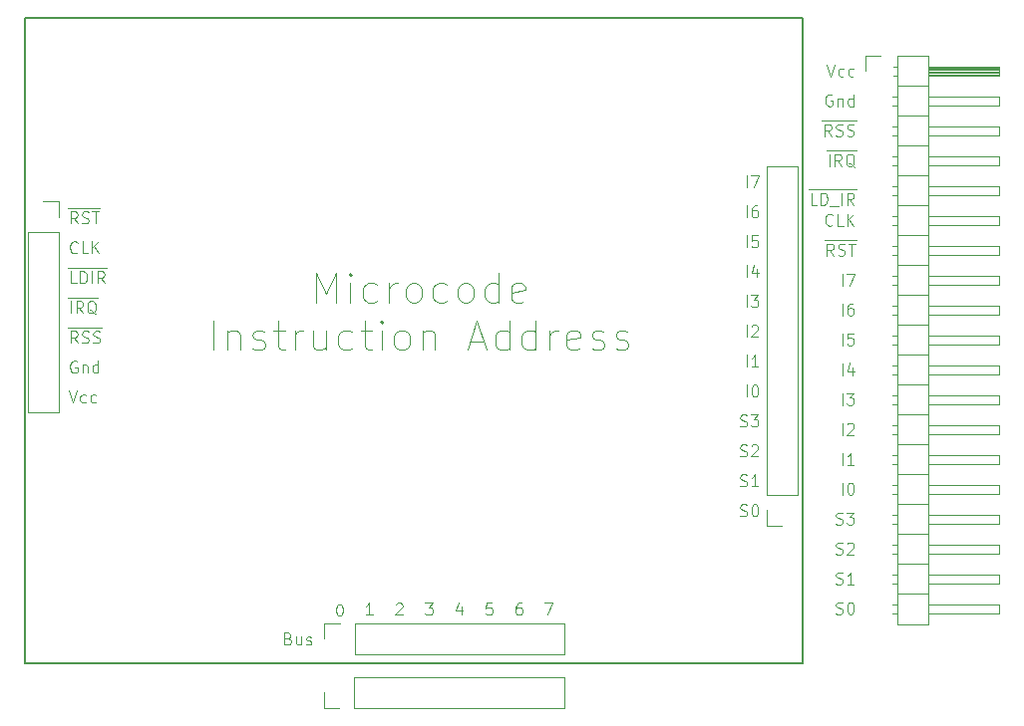
<source format=gbr>
%TF.GenerationSoftware,KiCad,Pcbnew,(6.0.0-0)*%
%TF.CreationDate,2022-03-09T10:25:02-05:00*%
%TF.ProjectId,Backplane-Instruction-Reg-2022,4261636b-706c-4616-9e65-2d496e737472,rev?*%
%TF.SameCoordinates,Original*%
%TF.FileFunction,Legend,Top*%
%TF.FilePolarity,Positive*%
%FSLAX46Y46*%
G04 Gerber Fmt 4.6, Leading zero omitted, Abs format (unit mm)*
G04 Created by KiCad (PCBNEW (6.0.0-0)) date 2022-03-09 10:25:02*
%MOMM*%
%LPD*%
G01*
G04 APERTURE LIST*
%ADD10C,0.100000*%
%ADD11C,0.150000*%
%ADD12C,0.120000*%
G04 APERTURE END LIST*
D10*
X181878523Y-91892380D02*
X181878523Y-90892380D01*
X182783285Y-90892380D02*
X182592809Y-90892380D01*
X182497571Y-90940000D01*
X182449952Y-90987619D01*
X182354714Y-91130476D01*
X182307095Y-91320952D01*
X182307095Y-91701904D01*
X182354714Y-91797142D01*
X182402333Y-91844761D01*
X182497571Y-91892380D01*
X182688047Y-91892380D01*
X182783285Y-91844761D01*
X182830904Y-91797142D01*
X182878523Y-91701904D01*
X182878523Y-91463809D01*
X182830904Y-91368571D01*
X182783285Y-91320952D01*
X182688047Y-91273333D01*
X182497571Y-91273333D01*
X182402333Y-91320952D01*
X182354714Y-91368571D01*
X182307095Y-91463809D01*
X181878523Y-89352380D02*
X181878523Y-88352380D01*
X182259476Y-88352380D02*
X182926142Y-88352380D01*
X182497571Y-89352380D01*
X181878523Y-94432380D02*
X181878523Y-93432380D01*
X182830904Y-93432380D02*
X182354714Y-93432380D01*
X182307095Y-93908571D01*
X182354714Y-93860952D01*
X182449952Y-93813333D01*
X182688047Y-93813333D01*
X182783285Y-93860952D01*
X182830904Y-93908571D01*
X182878523Y-94003809D01*
X182878523Y-94241904D01*
X182830904Y-94337142D01*
X182783285Y-94384761D01*
X182688047Y-94432380D01*
X182449952Y-94432380D01*
X182354714Y-94384761D01*
X182307095Y-94337142D01*
X180592809Y-70572380D02*
X180926142Y-71572380D01*
X181259476Y-70572380D01*
X182021380Y-71524761D02*
X181926142Y-71572380D01*
X181735666Y-71572380D01*
X181640428Y-71524761D01*
X181592809Y-71477142D01*
X181545190Y-71381904D01*
X181545190Y-71096190D01*
X181592809Y-71000952D01*
X181640428Y-70953333D01*
X181735666Y-70905714D01*
X181926142Y-70905714D01*
X182021380Y-70953333D01*
X182878523Y-71524761D02*
X182783285Y-71572380D01*
X182592809Y-71572380D01*
X182497571Y-71524761D01*
X182449952Y-71477142D01*
X182402333Y-71381904D01*
X182402333Y-71096190D01*
X182449952Y-71000952D01*
X182497571Y-70953333D01*
X182592809Y-70905714D01*
X182783285Y-70905714D01*
X182878523Y-70953333D01*
X181021380Y-73160000D02*
X180926142Y-73112380D01*
X180783285Y-73112380D01*
X180640428Y-73160000D01*
X180545190Y-73255238D01*
X180497571Y-73350476D01*
X180449952Y-73540952D01*
X180449952Y-73683809D01*
X180497571Y-73874285D01*
X180545190Y-73969523D01*
X180640428Y-74064761D01*
X180783285Y-74112380D01*
X180878523Y-74112380D01*
X181021380Y-74064761D01*
X181069000Y-74017142D01*
X181069000Y-73683809D01*
X180878523Y-73683809D01*
X181497571Y-73445714D02*
X181497571Y-74112380D01*
X181497571Y-73540952D02*
X181545190Y-73493333D01*
X181640428Y-73445714D01*
X181783285Y-73445714D01*
X181878523Y-73493333D01*
X181926142Y-73588571D01*
X181926142Y-74112380D01*
X182830904Y-74112380D02*
X182830904Y-73112380D01*
X182830904Y-74064761D02*
X182735666Y-74112380D01*
X182545190Y-74112380D01*
X182449952Y-74064761D01*
X182402333Y-74017142D01*
X182354714Y-73921904D01*
X182354714Y-73636190D01*
X182402333Y-73540952D01*
X182449952Y-73493333D01*
X182545190Y-73445714D01*
X182735666Y-73445714D01*
X182830904Y-73493333D01*
X180164238Y-75370000D02*
X181164238Y-75370000D01*
X180973761Y-76652380D02*
X180640428Y-76176190D01*
X180402333Y-76652380D02*
X180402333Y-75652380D01*
X180783285Y-75652380D01*
X180878523Y-75700000D01*
X180926142Y-75747619D01*
X180973761Y-75842857D01*
X180973761Y-75985714D01*
X180926142Y-76080952D01*
X180878523Y-76128571D01*
X180783285Y-76176190D01*
X180402333Y-76176190D01*
X181164238Y-75370000D02*
X182116619Y-75370000D01*
X181354714Y-76604761D02*
X181497571Y-76652380D01*
X181735666Y-76652380D01*
X181830904Y-76604761D01*
X181878523Y-76557142D01*
X181926142Y-76461904D01*
X181926142Y-76366666D01*
X181878523Y-76271428D01*
X181830904Y-76223809D01*
X181735666Y-76176190D01*
X181545190Y-76128571D01*
X181449952Y-76080952D01*
X181402333Y-76033333D01*
X181354714Y-75938095D01*
X181354714Y-75842857D01*
X181402333Y-75747619D01*
X181449952Y-75700000D01*
X181545190Y-75652380D01*
X181783285Y-75652380D01*
X181926142Y-75700000D01*
X182116619Y-75370000D02*
X183069000Y-75370000D01*
X182307095Y-76604761D02*
X182449952Y-76652380D01*
X182688047Y-76652380D01*
X182783285Y-76604761D01*
X182830904Y-76557142D01*
X182878523Y-76461904D01*
X182878523Y-76366666D01*
X182830904Y-76271428D01*
X182783285Y-76223809D01*
X182688047Y-76176190D01*
X182497571Y-76128571D01*
X182402333Y-76080952D01*
X182354714Y-76033333D01*
X182307095Y-75938095D01*
X182307095Y-75842857D01*
X182354714Y-75747619D01*
X182402333Y-75700000D01*
X182497571Y-75652380D01*
X182735666Y-75652380D01*
X182878523Y-75700000D01*
X180545190Y-77910000D02*
X181021380Y-77910000D01*
X180783285Y-79192380D02*
X180783285Y-78192380D01*
X181021380Y-77910000D02*
X182021380Y-77910000D01*
X181830904Y-79192380D02*
X181497571Y-78716190D01*
X181259476Y-79192380D02*
X181259476Y-78192380D01*
X181640428Y-78192380D01*
X181735666Y-78240000D01*
X181783285Y-78287619D01*
X181830904Y-78382857D01*
X181830904Y-78525714D01*
X181783285Y-78620952D01*
X181735666Y-78668571D01*
X181640428Y-78716190D01*
X181259476Y-78716190D01*
X182021380Y-77910000D02*
X183069000Y-77910000D01*
X182926142Y-79287619D02*
X182830904Y-79240000D01*
X182735666Y-79144761D01*
X182592809Y-79001904D01*
X182497571Y-78954285D01*
X182402333Y-78954285D01*
X182449952Y-79192380D02*
X182354714Y-79144761D01*
X182259476Y-79049523D01*
X182211857Y-78859047D01*
X182211857Y-78525714D01*
X182259476Y-78335238D01*
X182354714Y-78240000D01*
X182449952Y-78192380D01*
X182640428Y-78192380D01*
X182735666Y-78240000D01*
X182830904Y-78335238D01*
X182878523Y-78525714D01*
X182878523Y-78859047D01*
X182830904Y-79049523D01*
X182735666Y-79144761D01*
X182640428Y-79192380D01*
X182449952Y-79192380D01*
X179021380Y-81212000D02*
X179830904Y-81212000D01*
X179735666Y-82494380D02*
X179259476Y-82494380D01*
X179259476Y-81494380D01*
X179830904Y-81212000D02*
X180830904Y-81212000D01*
X180069000Y-82494380D02*
X180069000Y-81494380D01*
X180307095Y-81494380D01*
X180449952Y-81542000D01*
X180545190Y-81637238D01*
X180592809Y-81732476D01*
X180640428Y-81922952D01*
X180640428Y-82065809D01*
X180592809Y-82256285D01*
X180545190Y-82351523D01*
X180449952Y-82446761D01*
X180307095Y-82494380D01*
X180069000Y-82494380D01*
X180830904Y-81212000D02*
X181592809Y-81212000D01*
X180830904Y-82589619D02*
X181592809Y-82589619D01*
X181592809Y-81212000D02*
X182069000Y-81212000D01*
X181830904Y-82494380D02*
X181830904Y-81494380D01*
X182069000Y-81212000D02*
X183069000Y-81212000D01*
X182878523Y-82494380D02*
X182545190Y-82018190D01*
X182307095Y-82494380D02*
X182307095Y-81494380D01*
X182688047Y-81494380D01*
X182783285Y-81542000D01*
X182830904Y-81589619D01*
X182878523Y-81684857D01*
X182878523Y-81827714D01*
X182830904Y-81922952D01*
X182783285Y-81970571D01*
X182688047Y-82018190D01*
X182307095Y-82018190D01*
X181069000Y-84177142D02*
X181021380Y-84224761D01*
X180878523Y-84272380D01*
X180783285Y-84272380D01*
X180640428Y-84224761D01*
X180545190Y-84129523D01*
X180497571Y-84034285D01*
X180449952Y-83843809D01*
X180449952Y-83700952D01*
X180497571Y-83510476D01*
X180545190Y-83415238D01*
X180640428Y-83320000D01*
X180783285Y-83272380D01*
X180878523Y-83272380D01*
X181021380Y-83320000D01*
X181069000Y-83367619D01*
X181973761Y-84272380D02*
X181497571Y-84272380D01*
X181497571Y-83272380D01*
X182307095Y-84272380D02*
X182307095Y-83272380D01*
X182878523Y-84272380D02*
X182449952Y-83700952D01*
X182878523Y-83272380D02*
X182307095Y-83843809D01*
X180354714Y-85530000D02*
X181354714Y-85530000D01*
X181164238Y-86812380D02*
X180830904Y-86336190D01*
X180592809Y-86812380D02*
X180592809Y-85812380D01*
X180973761Y-85812380D01*
X181069000Y-85860000D01*
X181116619Y-85907619D01*
X181164238Y-86002857D01*
X181164238Y-86145714D01*
X181116619Y-86240952D01*
X181069000Y-86288571D01*
X180973761Y-86336190D01*
X180592809Y-86336190D01*
X181354714Y-85530000D02*
X182307095Y-85530000D01*
X181545190Y-86764761D02*
X181688047Y-86812380D01*
X181926142Y-86812380D01*
X182021380Y-86764761D01*
X182069000Y-86717142D01*
X182116619Y-86621904D01*
X182116619Y-86526666D01*
X182069000Y-86431428D01*
X182021380Y-86383809D01*
X181926142Y-86336190D01*
X181735666Y-86288571D01*
X181640428Y-86240952D01*
X181592809Y-86193333D01*
X181545190Y-86098095D01*
X181545190Y-86002857D01*
X181592809Y-85907619D01*
X181640428Y-85860000D01*
X181735666Y-85812380D01*
X181973761Y-85812380D01*
X182116619Y-85860000D01*
X182307095Y-85530000D02*
X183069000Y-85530000D01*
X182402333Y-85812380D02*
X182973761Y-85812380D01*
X182688047Y-86812380D02*
X182688047Y-85812380D01*
X181878523Y-107132380D02*
X181878523Y-106132380D01*
X182545190Y-106132380D02*
X182640428Y-106132380D01*
X182735666Y-106180000D01*
X182783285Y-106227619D01*
X182830904Y-106322857D01*
X182878523Y-106513333D01*
X182878523Y-106751428D01*
X182830904Y-106941904D01*
X182783285Y-107037142D01*
X182735666Y-107084761D01*
X182640428Y-107132380D01*
X182545190Y-107132380D01*
X182449952Y-107084761D01*
X182402333Y-107037142D01*
X182354714Y-106941904D01*
X182307095Y-106751428D01*
X182307095Y-106513333D01*
X182354714Y-106322857D01*
X182402333Y-106227619D01*
X182449952Y-106180000D01*
X182545190Y-106132380D01*
X181354714Y-114704761D02*
X181497571Y-114752380D01*
X181735666Y-114752380D01*
X181830904Y-114704761D01*
X181878523Y-114657142D01*
X181926142Y-114561904D01*
X181926142Y-114466666D01*
X181878523Y-114371428D01*
X181830904Y-114323809D01*
X181735666Y-114276190D01*
X181545190Y-114228571D01*
X181449952Y-114180952D01*
X181402333Y-114133333D01*
X181354714Y-114038095D01*
X181354714Y-113942857D01*
X181402333Y-113847619D01*
X181449952Y-113800000D01*
X181545190Y-113752380D01*
X181783285Y-113752380D01*
X181926142Y-113800000D01*
X182878523Y-114752380D02*
X182307095Y-114752380D01*
X182592809Y-114752380D02*
X182592809Y-113752380D01*
X182497571Y-113895238D01*
X182402333Y-113990476D01*
X182307095Y-114038095D01*
X181354714Y-109624761D02*
X181497571Y-109672380D01*
X181735666Y-109672380D01*
X181830904Y-109624761D01*
X181878523Y-109577142D01*
X181926142Y-109481904D01*
X181926142Y-109386666D01*
X181878523Y-109291428D01*
X181830904Y-109243809D01*
X181735666Y-109196190D01*
X181545190Y-109148571D01*
X181449952Y-109100952D01*
X181402333Y-109053333D01*
X181354714Y-108958095D01*
X181354714Y-108862857D01*
X181402333Y-108767619D01*
X181449952Y-108720000D01*
X181545190Y-108672380D01*
X181783285Y-108672380D01*
X181926142Y-108720000D01*
X182259476Y-108672380D02*
X182878523Y-108672380D01*
X182545190Y-109053333D01*
X182688047Y-109053333D01*
X182783285Y-109100952D01*
X182830904Y-109148571D01*
X182878523Y-109243809D01*
X182878523Y-109481904D01*
X182830904Y-109577142D01*
X182783285Y-109624761D01*
X182688047Y-109672380D01*
X182402333Y-109672380D01*
X182307095Y-109624761D01*
X182259476Y-109577142D01*
X181878523Y-102052380D02*
X181878523Y-101052380D01*
X182307095Y-101147619D02*
X182354714Y-101100000D01*
X182449952Y-101052380D01*
X182688047Y-101052380D01*
X182783285Y-101100000D01*
X182830904Y-101147619D01*
X182878523Y-101242857D01*
X182878523Y-101338095D01*
X182830904Y-101480952D01*
X182259476Y-102052380D01*
X182878523Y-102052380D01*
X181878523Y-104592380D02*
X181878523Y-103592380D01*
X182878523Y-104592380D02*
X182307095Y-104592380D01*
X182592809Y-104592380D02*
X182592809Y-103592380D01*
X182497571Y-103735238D01*
X182402333Y-103830476D01*
X182307095Y-103878095D01*
X181878523Y-96972380D02*
X181878523Y-95972380D01*
X182783285Y-96305714D02*
X182783285Y-96972380D01*
X182545190Y-95924761D02*
X182307095Y-96639047D01*
X182926142Y-96639047D01*
X181878523Y-99512380D02*
X181878523Y-98512380D01*
X182259476Y-98512380D02*
X182878523Y-98512380D01*
X182545190Y-98893333D01*
X182688047Y-98893333D01*
X182783285Y-98940952D01*
X182830904Y-98988571D01*
X182878523Y-99083809D01*
X182878523Y-99321904D01*
X182830904Y-99417142D01*
X182783285Y-99464761D01*
X182688047Y-99512380D01*
X182402333Y-99512380D01*
X182307095Y-99464761D01*
X182259476Y-99417142D01*
X181354714Y-112164761D02*
X181497571Y-112212380D01*
X181735666Y-112212380D01*
X181830904Y-112164761D01*
X181878523Y-112117142D01*
X181926142Y-112021904D01*
X181926142Y-111926666D01*
X181878523Y-111831428D01*
X181830904Y-111783809D01*
X181735666Y-111736190D01*
X181545190Y-111688571D01*
X181449952Y-111640952D01*
X181402333Y-111593333D01*
X181354714Y-111498095D01*
X181354714Y-111402857D01*
X181402333Y-111307619D01*
X181449952Y-111260000D01*
X181545190Y-111212380D01*
X181783285Y-111212380D01*
X181926142Y-111260000D01*
X182307095Y-111307619D02*
X182354714Y-111260000D01*
X182449952Y-111212380D01*
X182688047Y-111212380D01*
X182783285Y-111260000D01*
X182830904Y-111307619D01*
X182878523Y-111402857D01*
X182878523Y-111498095D01*
X182830904Y-111640952D01*
X182259476Y-112212380D01*
X182878523Y-112212380D01*
X181354714Y-117244761D02*
X181497571Y-117292380D01*
X181735666Y-117292380D01*
X181830904Y-117244761D01*
X181878523Y-117197142D01*
X181926142Y-117101904D01*
X181926142Y-117006666D01*
X181878523Y-116911428D01*
X181830904Y-116863809D01*
X181735666Y-116816190D01*
X181545190Y-116768571D01*
X181449952Y-116720952D01*
X181402333Y-116673333D01*
X181354714Y-116578095D01*
X181354714Y-116482857D01*
X181402333Y-116387619D01*
X181449952Y-116340000D01*
X181545190Y-116292380D01*
X181783285Y-116292380D01*
X181926142Y-116340000D01*
X182545190Y-116292380D02*
X182640428Y-116292380D01*
X182735666Y-116340000D01*
X182783285Y-116387619D01*
X182830904Y-116482857D01*
X182878523Y-116673333D01*
X182878523Y-116911428D01*
X182830904Y-117101904D01*
X182783285Y-117197142D01*
X182735666Y-117244761D01*
X182640428Y-117292380D01*
X182545190Y-117292380D01*
X182449952Y-117244761D01*
X182402333Y-117197142D01*
X182354714Y-117101904D01*
X182307095Y-116911428D01*
X182307095Y-116673333D01*
X182354714Y-116482857D01*
X182402333Y-116387619D01*
X182449952Y-116340000D01*
X182545190Y-116292380D01*
D11*
X112515834Y-66606647D02*
X178555834Y-66606647D01*
X178555834Y-66606647D02*
X178555834Y-121470647D01*
X178555834Y-121470647D02*
X112515834Y-121470647D01*
X112515834Y-121470647D02*
X112515834Y-66606647D01*
D10*
X134844119Y-119367218D02*
X134986976Y-119414837D01*
X135034595Y-119462456D01*
X135082214Y-119557694D01*
X135082214Y-119700551D01*
X135034595Y-119795789D01*
X134986976Y-119843408D01*
X134891738Y-119891027D01*
X134510786Y-119891027D01*
X134510786Y-118891027D01*
X134844119Y-118891027D01*
X134939357Y-118938647D01*
X134986976Y-118986266D01*
X135034595Y-119081504D01*
X135034595Y-119176742D01*
X134986976Y-119271980D01*
X134939357Y-119319599D01*
X134844119Y-119367218D01*
X134510786Y-119367218D01*
X135939357Y-119224361D02*
X135939357Y-119891027D01*
X135510786Y-119224361D02*
X135510786Y-119748170D01*
X135558405Y-119843408D01*
X135653643Y-119891027D01*
X135796500Y-119891027D01*
X135891738Y-119843408D01*
X135939357Y-119795789D01*
X136367929Y-119843408D02*
X136463167Y-119891027D01*
X136653643Y-119891027D01*
X136748881Y-119843408D01*
X136796500Y-119748170D01*
X136796500Y-119700551D01*
X136748881Y-119605313D01*
X136653643Y-119557694D01*
X136510786Y-119557694D01*
X136415548Y-119510075D01*
X136367929Y-119414837D01*
X136367929Y-119367218D01*
X136415548Y-119271980D01*
X136510786Y-119224361D01*
X136653643Y-119224361D01*
X136748881Y-119271980D01*
X116136834Y-90414647D02*
X116613024Y-90414647D01*
X116374929Y-91697027D02*
X116374929Y-90697027D01*
X116613024Y-90414647D02*
X117613024Y-90414647D01*
X117422548Y-91697027D02*
X117089214Y-91220837D01*
X116851119Y-91697027D02*
X116851119Y-90697027D01*
X117232072Y-90697027D01*
X117327310Y-90744647D01*
X117374929Y-90792266D01*
X117422548Y-90887504D01*
X117422548Y-91030361D01*
X117374929Y-91125599D01*
X117327310Y-91173218D01*
X117232072Y-91220837D01*
X116851119Y-91220837D01*
X117613024Y-90414647D02*
X118660643Y-90414647D01*
X118517786Y-91792266D02*
X118422548Y-91744647D01*
X118327310Y-91649408D01*
X118184453Y-91506551D01*
X118089214Y-91458932D01*
X117993976Y-91458932D01*
X118041595Y-91697027D02*
X117946357Y-91649408D01*
X117851119Y-91554170D01*
X117803500Y-91363694D01*
X117803500Y-91030361D01*
X117851119Y-90839885D01*
X117946357Y-90744647D01*
X118041595Y-90697027D01*
X118232072Y-90697027D01*
X118327310Y-90744647D01*
X118422548Y-90839885D01*
X118470167Y-91030361D01*
X118470167Y-91363694D01*
X118422548Y-91554170D01*
X118327310Y-91649408D01*
X118232072Y-91697027D01*
X118041595Y-91697027D01*
X173744357Y-93729027D02*
X173744357Y-92729027D01*
X174172929Y-92824266D02*
X174220548Y-92776647D01*
X174315786Y-92729027D01*
X174553881Y-92729027D01*
X174649119Y-92776647D01*
X174696738Y-92824266D01*
X174744357Y-92919504D01*
X174744357Y-93014742D01*
X174696738Y-93157599D01*
X174125310Y-93729027D01*
X174744357Y-93729027D01*
X137240476Y-90812452D02*
X137240476Y-88312452D01*
X138073809Y-90098166D01*
X138907142Y-88312452D01*
X138907142Y-90812452D01*
X140097619Y-90812452D02*
X140097619Y-89145785D01*
X140097619Y-88312452D02*
X139978571Y-88431500D01*
X140097619Y-88550547D01*
X140216666Y-88431500D01*
X140097619Y-88312452D01*
X140097619Y-88550547D01*
X142359523Y-90693404D02*
X142121428Y-90812452D01*
X141645238Y-90812452D01*
X141407142Y-90693404D01*
X141288095Y-90574357D01*
X141169047Y-90336261D01*
X141169047Y-89621976D01*
X141288095Y-89383880D01*
X141407142Y-89264833D01*
X141645238Y-89145785D01*
X142121428Y-89145785D01*
X142359523Y-89264833D01*
X143430952Y-90812452D02*
X143430952Y-89145785D01*
X143430952Y-89621976D02*
X143550000Y-89383880D01*
X143669047Y-89264833D01*
X143907142Y-89145785D01*
X144145238Y-89145785D01*
X145335714Y-90812452D02*
X145097619Y-90693404D01*
X144978571Y-90574357D01*
X144859523Y-90336261D01*
X144859523Y-89621976D01*
X144978571Y-89383880D01*
X145097619Y-89264833D01*
X145335714Y-89145785D01*
X145692857Y-89145785D01*
X145930952Y-89264833D01*
X146050000Y-89383880D01*
X146169047Y-89621976D01*
X146169047Y-90336261D01*
X146050000Y-90574357D01*
X145930952Y-90693404D01*
X145692857Y-90812452D01*
X145335714Y-90812452D01*
X148311904Y-90693404D02*
X148073809Y-90812452D01*
X147597619Y-90812452D01*
X147359523Y-90693404D01*
X147240476Y-90574357D01*
X147121428Y-90336261D01*
X147121428Y-89621976D01*
X147240476Y-89383880D01*
X147359523Y-89264833D01*
X147597619Y-89145785D01*
X148073809Y-89145785D01*
X148311904Y-89264833D01*
X149740476Y-90812452D02*
X149502380Y-90693404D01*
X149383333Y-90574357D01*
X149264285Y-90336261D01*
X149264285Y-89621976D01*
X149383333Y-89383880D01*
X149502380Y-89264833D01*
X149740476Y-89145785D01*
X150097619Y-89145785D01*
X150335714Y-89264833D01*
X150454761Y-89383880D01*
X150573809Y-89621976D01*
X150573809Y-90336261D01*
X150454761Y-90574357D01*
X150335714Y-90693404D01*
X150097619Y-90812452D01*
X149740476Y-90812452D01*
X152716666Y-90812452D02*
X152716666Y-88312452D01*
X152716666Y-90693404D02*
X152478571Y-90812452D01*
X152002380Y-90812452D01*
X151764285Y-90693404D01*
X151645238Y-90574357D01*
X151526190Y-90336261D01*
X151526190Y-89621976D01*
X151645238Y-89383880D01*
X151764285Y-89264833D01*
X152002380Y-89145785D01*
X152478571Y-89145785D01*
X152716666Y-89264833D01*
X154859523Y-90693404D02*
X154621428Y-90812452D01*
X154145238Y-90812452D01*
X153907142Y-90693404D01*
X153788095Y-90455309D01*
X153788095Y-89502928D01*
X153907142Y-89264833D01*
X154145238Y-89145785D01*
X154621428Y-89145785D01*
X154859523Y-89264833D01*
X154978571Y-89502928D01*
X154978571Y-89741023D01*
X153788095Y-89979119D01*
X128490476Y-94837452D02*
X128490476Y-92337452D01*
X129680952Y-93170785D02*
X129680952Y-94837452D01*
X129680952Y-93408880D02*
X129800000Y-93289833D01*
X130038095Y-93170785D01*
X130395238Y-93170785D01*
X130633333Y-93289833D01*
X130752380Y-93527928D01*
X130752380Y-94837452D01*
X131823809Y-94718404D02*
X132061904Y-94837452D01*
X132538095Y-94837452D01*
X132776190Y-94718404D01*
X132895238Y-94480309D01*
X132895238Y-94361261D01*
X132776190Y-94123166D01*
X132538095Y-94004119D01*
X132180952Y-94004119D01*
X131942857Y-93885071D01*
X131823809Y-93646976D01*
X131823809Y-93527928D01*
X131942857Y-93289833D01*
X132180952Y-93170785D01*
X132538095Y-93170785D01*
X132776190Y-93289833D01*
X133609523Y-93170785D02*
X134561904Y-93170785D01*
X133966666Y-92337452D02*
X133966666Y-94480309D01*
X134085714Y-94718404D01*
X134323809Y-94837452D01*
X134561904Y-94837452D01*
X135395238Y-94837452D02*
X135395238Y-93170785D01*
X135395238Y-93646976D02*
X135514285Y-93408880D01*
X135633333Y-93289833D01*
X135871428Y-93170785D01*
X136109523Y-93170785D01*
X138014285Y-93170785D02*
X138014285Y-94837452D01*
X136942857Y-93170785D02*
X136942857Y-94480309D01*
X137061904Y-94718404D01*
X137300000Y-94837452D01*
X137657142Y-94837452D01*
X137895238Y-94718404D01*
X138014285Y-94599357D01*
X140276190Y-94718404D02*
X140038095Y-94837452D01*
X139561904Y-94837452D01*
X139323809Y-94718404D01*
X139204761Y-94599357D01*
X139085714Y-94361261D01*
X139085714Y-93646976D01*
X139204761Y-93408880D01*
X139323809Y-93289833D01*
X139561904Y-93170785D01*
X140038095Y-93170785D01*
X140276190Y-93289833D01*
X140990476Y-93170785D02*
X141942857Y-93170785D01*
X141347619Y-92337452D02*
X141347619Y-94480309D01*
X141466666Y-94718404D01*
X141704761Y-94837452D01*
X141942857Y-94837452D01*
X142776190Y-94837452D02*
X142776190Y-93170785D01*
X142776190Y-92337452D02*
X142657142Y-92456500D01*
X142776190Y-92575547D01*
X142895238Y-92456500D01*
X142776190Y-92337452D01*
X142776190Y-92575547D01*
X144323809Y-94837452D02*
X144085714Y-94718404D01*
X143966666Y-94599357D01*
X143847619Y-94361261D01*
X143847619Y-93646976D01*
X143966666Y-93408880D01*
X144085714Y-93289833D01*
X144323809Y-93170785D01*
X144680952Y-93170785D01*
X144919047Y-93289833D01*
X145038095Y-93408880D01*
X145157142Y-93646976D01*
X145157142Y-94361261D01*
X145038095Y-94599357D01*
X144919047Y-94718404D01*
X144680952Y-94837452D01*
X144323809Y-94837452D01*
X146228571Y-93170785D02*
X146228571Y-94837452D01*
X146228571Y-93408880D02*
X146347619Y-93289833D01*
X146585714Y-93170785D01*
X146942857Y-93170785D01*
X147180952Y-93289833D01*
X147300000Y-93527928D01*
X147300000Y-94837452D01*
X150276190Y-94123166D02*
X151466666Y-94123166D01*
X150038095Y-94837452D02*
X150871428Y-92337452D01*
X151704761Y-94837452D01*
X153609523Y-94837452D02*
X153609523Y-92337452D01*
X153609523Y-94718404D02*
X153371428Y-94837452D01*
X152895238Y-94837452D01*
X152657142Y-94718404D01*
X152538095Y-94599357D01*
X152419047Y-94361261D01*
X152419047Y-93646976D01*
X152538095Y-93408880D01*
X152657142Y-93289833D01*
X152895238Y-93170785D01*
X153371428Y-93170785D01*
X153609523Y-93289833D01*
X155871428Y-94837452D02*
X155871428Y-92337452D01*
X155871428Y-94718404D02*
X155633333Y-94837452D01*
X155157142Y-94837452D01*
X154919047Y-94718404D01*
X154800000Y-94599357D01*
X154680952Y-94361261D01*
X154680952Y-93646976D01*
X154800000Y-93408880D01*
X154919047Y-93289833D01*
X155157142Y-93170785D01*
X155633333Y-93170785D01*
X155871428Y-93289833D01*
X157061904Y-94837452D02*
X157061904Y-93170785D01*
X157061904Y-93646976D02*
X157180952Y-93408880D01*
X157300000Y-93289833D01*
X157538095Y-93170785D01*
X157776190Y-93170785D01*
X159561904Y-94718404D02*
X159323809Y-94837452D01*
X158847619Y-94837452D01*
X158609523Y-94718404D01*
X158490476Y-94480309D01*
X158490476Y-93527928D01*
X158609523Y-93289833D01*
X158847619Y-93170785D01*
X159323809Y-93170785D01*
X159561904Y-93289833D01*
X159680952Y-93527928D01*
X159680952Y-93766023D01*
X158490476Y-94004119D01*
X160633333Y-94718404D02*
X160871428Y-94837452D01*
X161347619Y-94837452D01*
X161585714Y-94718404D01*
X161704761Y-94480309D01*
X161704761Y-94361261D01*
X161585714Y-94123166D01*
X161347619Y-94004119D01*
X160990476Y-94004119D01*
X160752380Y-93885071D01*
X160633333Y-93646976D01*
X160633333Y-93527928D01*
X160752380Y-93289833D01*
X160990476Y-93170785D01*
X161347619Y-93170785D01*
X161585714Y-93289833D01*
X162657142Y-94718404D02*
X162895238Y-94837452D01*
X163371428Y-94837452D01*
X163609523Y-94718404D01*
X163728571Y-94480309D01*
X163728571Y-94361261D01*
X163609523Y-94123166D01*
X163371428Y-94004119D01*
X163014285Y-94004119D01*
X162776190Y-93885071D01*
X162657142Y-93646976D01*
X162657142Y-93527928D01*
X162776190Y-93289833D01*
X163014285Y-93170785D01*
X163371428Y-93170785D01*
X163609523Y-93289833D01*
X154616310Y-116351027D02*
X154425834Y-116351027D01*
X154330595Y-116398647D01*
X154282976Y-116446266D01*
X154187738Y-116589123D01*
X154140119Y-116779599D01*
X154140119Y-117160551D01*
X154187738Y-117255789D01*
X154235357Y-117303408D01*
X154330595Y-117351027D01*
X154521072Y-117351027D01*
X154616310Y-117303408D01*
X154663929Y-117255789D01*
X154711548Y-117160551D01*
X154711548Y-116922456D01*
X154663929Y-116827218D01*
X154616310Y-116779599D01*
X154521072Y-116731980D01*
X154330595Y-116731980D01*
X154235357Y-116779599D01*
X154187738Y-116827218D01*
X154140119Y-116922456D01*
X173744357Y-81029027D02*
X173744357Y-80029027D01*
X174125310Y-80029027D02*
X174791976Y-80029027D01*
X174363405Y-81029027D01*
X142011548Y-117351027D02*
X141440119Y-117351027D01*
X141725834Y-117351027D02*
X141725834Y-116351027D01*
X141630595Y-116493885D01*
X141535357Y-116589123D01*
X141440119Y-116636742D01*
X173220548Y-101301408D02*
X173363405Y-101349027D01*
X173601500Y-101349027D01*
X173696738Y-101301408D01*
X173744357Y-101253789D01*
X173791976Y-101158551D01*
X173791976Y-101063313D01*
X173744357Y-100968075D01*
X173696738Y-100920456D01*
X173601500Y-100872837D01*
X173411024Y-100825218D01*
X173315786Y-100777599D01*
X173268167Y-100729980D01*
X173220548Y-100634742D01*
X173220548Y-100539504D01*
X173268167Y-100444266D01*
X173315786Y-100396647D01*
X173411024Y-100349027D01*
X173649119Y-100349027D01*
X173791976Y-100396647D01*
X174125310Y-100349027D02*
X174744357Y-100349027D01*
X174411024Y-100729980D01*
X174553881Y-100729980D01*
X174649119Y-100777599D01*
X174696738Y-100825218D01*
X174744357Y-100920456D01*
X174744357Y-101158551D01*
X174696738Y-101253789D01*
X174649119Y-101301408D01*
X174553881Y-101349027D01*
X174268167Y-101349027D01*
X174172929Y-101301408D01*
X174125310Y-101253789D01*
X173744357Y-86109027D02*
X173744357Y-85109027D01*
X174696738Y-85109027D02*
X174220548Y-85109027D01*
X174172929Y-85585218D01*
X174220548Y-85537599D01*
X174315786Y-85489980D01*
X174553881Y-85489980D01*
X174649119Y-85537599D01*
X174696738Y-85585218D01*
X174744357Y-85680456D01*
X174744357Y-85918551D01*
X174696738Y-86013789D01*
X174649119Y-86061408D01*
X174553881Y-86109027D01*
X174315786Y-86109027D01*
X174220548Y-86061408D01*
X174172929Y-86013789D01*
X156632500Y-116351027D02*
X157299167Y-116351027D01*
X156870595Y-117351027D01*
X146472500Y-116351027D02*
X147091548Y-116351027D01*
X146758214Y-116731980D01*
X146901072Y-116731980D01*
X146996310Y-116779599D01*
X147043929Y-116827218D01*
X147091548Y-116922456D01*
X147091548Y-117160551D01*
X147043929Y-117255789D01*
X146996310Y-117303408D01*
X146901072Y-117351027D01*
X146615357Y-117351027D01*
X146520119Y-117303408D01*
X146472500Y-117255789D01*
X173220548Y-103841408D02*
X173363405Y-103889027D01*
X173601500Y-103889027D01*
X173696738Y-103841408D01*
X173744357Y-103793789D01*
X173791976Y-103698551D01*
X173791976Y-103603313D01*
X173744357Y-103508075D01*
X173696738Y-103460456D01*
X173601500Y-103412837D01*
X173411024Y-103365218D01*
X173315786Y-103317599D01*
X173268167Y-103269980D01*
X173220548Y-103174742D01*
X173220548Y-103079504D01*
X173268167Y-102984266D01*
X173315786Y-102936647D01*
X173411024Y-102889027D01*
X173649119Y-102889027D01*
X173791976Y-102936647D01*
X174172929Y-102984266D02*
X174220548Y-102936647D01*
X174315786Y-102889027D01*
X174553881Y-102889027D01*
X174649119Y-102936647D01*
X174696738Y-102984266D01*
X174744357Y-103079504D01*
X174744357Y-103174742D01*
X174696738Y-103317599D01*
X174125310Y-103889027D01*
X174744357Y-103889027D01*
X173744357Y-88649027D02*
X173744357Y-87649027D01*
X174649119Y-87982361D02*
X174649119Y-88649027D01*
X174411024Y-87601408D02*
X174172929Y-88315694D01*
X174791976Y-88315694D01*
X116946357Y-86521789D02*
X116898738Y-86569408D01*
X116755881Y-86617027D01*
X116660643Y-86617027D01*
X116517786Y-86569408D01*
X116422548Y-86474170D01*
X116374929Y-86378932D01*
X116327310Y-86188456D01*
X116327310Y-86045599D01*
X116374929Y-85855123D01*
X116422548Y-85759885D01*
X116517786Y-85664647D01*
X116660643Y-85617027D01*
X116755881Y-85617027D01*
X116898738Y-85664647D01*
X116946357Y-85712266D01*
X117851119Y-86617027D02*
X117374929Y-86617027D01*
X117374929Y-85617027D01*
X118184453Y-86617027D02*
X118184453Y-85617027D01*
X118755881Y-86617027D02*
X118327310Y-86045599D01*
X118755881Y-85617027D02*
X118184453Y-86188456D01*
X173220548Y-106381408D02*
X173363405Y-106429027D01*
X173601500Y-106429027D01*
X173696738Y-106381408D01*
X173744357Y-106333789D01*
X173791976Y-106238551D01*
X173791976Y-106143313D01*
X173744357Y-106048075D01*
X173696738Y-106000456D01*
X173601500Y-105952837D01*
X173411024Y-105905218D01*
X173315786Y-105857599D01*
X173268167Y-105809980D01*
X173220548Y-105714742D01*
X173220548Y-105619504D01*
X173268167Y-105524266D01*
X173315786Y-105476647D01*
X173411024Y-105429027D01*
X173649119Y-105429027D01*
X173791976Y-105476647D01*
X174744357Y-106429027D02*
X174172929Y-106429027D01*
X174458643Y-106429027D02*
X174458643Y-105429027D01*
X174363405Y-105571885D01*
X174268167Y-105667123D01*
X174172929Y-105714742D01*
X152123929Y-116351027D02*
X151647738Y-116351027D01*
X151600119Y-116827218D01*
X151647738Y-116779599D01*
X151742976Y-116731980D01*
X151981072Y-116731980D01*
X152076310Y-116779599D01*
X152123929Y-116827218D01*
X152171548Y-116922456D01*
X152171548Y-117160551D01*
X152123929Y-117255789D01*
X152076310Y-117303408D01*
X151981072Y-117351027D01*
X151742976Y-117351027D01*
X151647738Y-117303408D01*
X151600119Y-117255789D01*
X116136834Y-87874647D02*
X116946357Y-87874647D01*
X116851119Y-89157027D02*
X116374929Y-89157027D01*
X116374929Y-88157027D01*
X116946357Y-87874647D02*
X117946357Y-87874647D01*
X117184453Y-89157027D02*
X117184453Y-88157027D01*
X117422548Y-88157027D01*
X117565405Y-88204647D01*
X117660643Y-88299885D01*
X117708262Y-88395123D01*
X117755881Y-88585599D01*
X117755881Y-88728456D01*
X117708262Y-88918932D01*
X117660643Y-89014170D01*
X117565405Y-89109408D01*
X117422548Y-89157027D01*
X117184453Y-89157027D01*
X117946357Y-87874647D02*
X118422548Y-87874647D01*
X118184453Y-89157027D02*
X118184453Y-88157027D01*
X118422548Y-87874647D02*
X119422548Y-87874647D01*
X119232072Y-89157027D02*
X118898738Y-88680837D01*
X118660643Y-89157027D02*
X118660643Y-88157027D01*
X119041595Y-88157027D01*
X119136834Y-88204647D01*
X119184453Y-88252266D01*
X119232072Y-88347504D01*
X119232072Y-88490361D01*
X119184453Y-88585599D01*
X119136834Y-88633218D01*
X119041595Y-88680837D01*
X118660643Y-88680837D01*
X143980119Y-116446266D02*
X144027738Y-116398647D01*
X144122976Y-116351027D01*
X144361072Y-116351027D01*
X144456310Y-116398647D01*
X144503929Y-116446266D01*
X144551548Y-116541504D01*
X144551548Y-116636742D01*
X144503929Y-116779599D01*
X143932500Y-117351027D01*
X144551548Y-117351027D01*
X173744357Y-98809027D02*
X173744357Y-97809027D01*
X174411024Y-97809027D02*
X174506262Y-97809027D01*
X174601500Y-97856647D01*
X174649119Y-97904266D01*
X174696738Y-97999504D01*
X174744357Y-98189980D01*
X174744357Y-98428075D01*
X174696738Y-98618551D01*
X174649119Y-98713789D01*
X174601500Y-98761408D01*
X174506262Y-98809027D01*
X174411024Y-98809027D01*
X174315786Y-98761408D01*
X174268167Y-98713789D01*
X174220548Y-98618551D01*
X174172929Y-98428075D01*
X174172929Y-98189980D01*
X174220548Y-97999504D01*
X174268167Y-97904266D01*
X174315786Y-97856647D01*
X174411024Y-97809027D01*
X149536310Y-116684361D02*
X149536310Y-117351027D01*
X149298214Y-116303408D02*
X149060119Y-117017694D01*
X149679167Y-117017694D01*
X116898738Y-95824647D02*
X116803500Y-95777027D01*
X116660643Y-95777027D01*
X116517786Y-95824647D01*
X116422548Y-95919885D01*
X116374929Y-96015123D01*
X116327310Y-96205599D01*
X116327310Y-96348456D01*
X116374929Y-96538932D01*
X116422548Y-96634170D01*
X116517786Y-96729408D01*
X116660643Y-96777027D01*
X116755881Y-96777027D01*
X116898738Y-96729408D01*
X116946357Y-96681789D01*
X116946357Y-96348456D01*
X116755881Y-96348456D01*
X117374929Y-96110361D02*
X117374929Y-96777027D01*
X117374929Y-96205599D02*
X117422548Y-96157980D01*
X117517786Y-96110361D01*
X117660643Y-96110361D01*
X117755881Y-96157980D01*
X117803500Y-96253218D01*
X117803500Y-96777027D01*
X118708262Y-96777027D02*
X118708262Y-95777027D01*
X118708262Y-96729408D02*
X118613024Y-96777027D01*
X118422548Y-96777027D01*
X118327310Y-96729408D01*
X118279691Y-96681789D01*
X118232072Y-96586551D01*
X118232072Y-96300837D01*
X118279691Y-96205599D01*
X118327310Y-96157980D01*
X118422548Y-96110361D01*
X118613024Y-96110361D01*
X118708262Y-96157980D01*
X116136834Y-82794647D02*
X117136834Y-82794647D01*
X116946357Y-84077027D02*
X116613024Y-83600837D01*
X116374929Y-84077027D02*
X116374929Y-83077027D01*
X116755881Y-83077027D01*
X116851119Y-83124647D01*
X116898738Y-83172266D01*
X116946357Y-83267504D01*
X116946357Y-83410361D01*
X116898738Y-83505599D01*
X116851119Y-83553218D01*
X116755881Y-83600837D01*
X116374929Y-83600837D01*
X117136834Y-82794647D02*
X118089214Y-82794647D01*
X117327310Y-84029408D02*
X117470167Y-84077027D01*
X117708262Y-84077027D01*
X117803500Y-84029408D01*
X117851119Y-83981789D01*
X117898738Y-83886551D01*
X117898738Y-83791313D01*
X117851119Y-83696075D01*
X117803500Y-83648456D01*
X117708262Y-83600837D01*
X117517786Y-83553218D01*
X117422548Y-83505599D01*
X117374929Y-83457980D01*
X117327310Y-83362742D01*
X117327310Y-83267504D01*
X117374929Y-83172266D01*
X117422548Y-83124647D01*
X117517786Y-83077027D01*
X117755881Y-83077027D01*
X117898738Y-83124647D01*
X118089214Y-82794647D02*
X118851119Y-82794647D01*
X118184453Y-83077027D02*
X118755881Y-83077027D01*
X118470167Y-84077027D02*
X118470167Y-83077027D01*
X173744357Y-96269027D02*
X173744357Y-95269027D01*
X174744357Y-96269027D02*
X174172929Y-96269027D01*
X174458643Y-96269027D02*
X174458643Y-95269027D01*
X174363405Y-95411885D01*
X174268167Y-95507123D01*
X174172929Y-95554742D01*
X173744357Y-83569027D02*
X173744357Y-82569027D01*
X174649119Y-82569027D02*
X174458643Y-82569027D01*
X174363405Y-82616647D01*
X174315786Y-82664266D01*
X174220548Y-82807123D01*
X174172929Y-82997599D01*
X174172929Y-83378551D01*
X174220548Y-83473789D01*
X174268167Y-83521408D01*
X174363405Y-83569027D01*
X174553881Y-83569027D01*
X174649119Y-83521408D01*
X174696738Y-83473789D01*
X174744357Y-83378551D01*
X174744357Y-83140456D01*
X174696738Y-83045218D01*
X174649119Y-82997599D01*
X174553881Y-82949980D01*
X174363405Y-82949980D01*
X174268167Y-82997599D01*
X174220548Y-83045218D01*
X174172929Y-83140456D01*
X173744357Y-91189027D02*
X173744357Y-90189027D01*
X174125310Y-90189027D02*
X174744357Y-90189027D01*
X174411024Y-90569980D01*
X174553881Y-90569980D01*
X174649119Y-90617599D01*
X174696738Y-90665218D01*
X174744357Y-90760456D01*
X174744357Y-90998551D01*
X174696738Y-91093789D01*
X174649119Y-91141408D01*
X174553881Y-91189027D01*
X174268167Y-91189027D01*
X174172929Y-91141408D01*
X174125310Y-91093789D01*
X116232072Y-98317027D02*
X116565405Y-99317027D01*
X116898738Y-98317027D01*
X117660643Y-99269408D02*
X117565405Y-99317027D01*
X117374929Y-99317027D01*
X117279691Y-99269408D01*
X117232072Y-99221789D01*
X117184453Y-99126551D01*
X117184453Y-98840837D01*
X117232072Y-98745599D01*
X117279691Y-98697980D01*
X117374929Y-98650361D01*
X117565405Y-98650361D01*
X117660643Y-98697980D01*
X118517786Y-99269408D02*
X118422548Y-99317027D01*
X118232072Y-99317027D01*
X118136834Y-99269408D01*
X118089214Y-99221789D01*
X118041595Y-99126551D01*
X118041595Y-98840837D01*
X118089214Y-98745599D01*
X118136834Y-98697980D01*
X118232072Y-98650361D01*
X118422548Y-98650361D01*
X118517786Y-98697980D01*
X173220548Y-108921408D02*
X173363405Y-108969027D01*
X173601500Y-108969027D01*
X173696738Y-108921408D01*
X173744357Y-108873789D01*
X173791976Y-108778551D01*
X173791976Y-108683313D01*
X173744357Y-108588075D01*
X173696738Y-108540456D01*
X173601500Y-108492837D01*
X173411024Y-108445218D01*
X173315786Y-108397599D01*
X173268167Y-108349980D01*
X173220548Y-108254742D01*
X173220548Y-108159504D01*
X173268167Y-108064266D01*
X173315786Y-108016647D01*
X173411024Y-107969027D01*
X173649119Y-107969027D01*
X173791976Y-108016647D01*
X174411024Y-107969027D02*
X174506262Y-107969027D01*
X174601500Y-108016647D01*
X174649119Y-108064266D01*
X174696738Y-108159504D01*
X174744357Y-108349980D01*
X174744357Y-108588075D01*
X174696738Y-108778551D01*
X174649119Y-108873789D01*
X174601500Y-108921408D01*
X174506262Y-108969027D01*
X174411024Y-108969027D01*
X174315786Y-108921408D01*
X174268167Y-108873789D01*
X174220548Y-108778551D01*
X174172929Y-108588075D01*
X174172929Y-108349980D01*
X174220548Y-108159504D01*
X174268167Y-108064266D01*
X174315786Y-108016647D01*
X174411024Y-107969027D01*
X139233453Y-117446266D02*
X139138214Y-117446266D01*
X139042976Y-117398647D01*
X138995357Y-117351027D01*
X138947738Y-117255789D01*
X138900119Y-117065313D01*
X138900119Y-116827218D01*
X138947738Y-116636742D01*
X138995357Y-116541504D01*
X139042976Y-116493885D01*
X139138214Y-116446266D01*
X139233453Y-116446266D01*
X139328691Y-116493885D01*
X139376310Y-116541504D01*
X139423929Y-116636742D01*
X139471548Y-116827218D01*
X139471548Y-117065313D01*
X139423929Y-117255789D01*
X139376310Y-117351027D01*
X139328691Y-117398647D01*
X139233453Y-117446266D01*
X116136834Y-92954647D02*
X117136834Y-92954647D01*
X116946357Y-94237027D02*
X116613024Y-93760837D01*
X116374929Y-94237027D02*
X116374929Y-93237027D01*
X116755881Y-93237027D01*
X116851119Y-93284647D01*
X116898738Y-93332266D01*
X116946357Y-93427504D01*
X116946357Y-93570361D01*
X116898738Y-93665599D01*
X116851119Y-93713218D01*
X116755881Y-93760837D01*
X116374929Y-93760837D01*
X117136834Y-92954647D02*
X118089214Y-92954647D01*
X117327310Y-94189408D02*
X117470167Y-94237027D01*
X117708262Y-94237027D01*
X117803500Y-94189408D01*
X117851119Y-94141789D01*
X117898738Y-94046551D01*
X117898738Y-93951313D01*
X117851119Y-93856075D01*
X117803500Y-93808456D01*
X117708262Y-93760837D01*
X117517786Y-93713218D01*
X117422548Y-93665599D01*
X117374929Y-93617980D01*
X117327310Y-93522742D01*
X117327310Y-93427504D01*
X117374929Y-93332266D01*
X117422548Y-93284647D01*
X117517786Y-93237027D01*
X117755881Y-93237027D01*
X117898738Y-93284647D01*
X118089214Y-92954647D02*
X119041595Y-92954647D01*
X118279691Y-94189408D02*
X118422548Y-94237027D01*
X118660643Y-94237027D01*
X118755881Y-94189408D01*
X118803500Y-94141789D01*
X118851119Y-94046551D01*
X118851119Y-93951313D01*
X118803500Y-93856075D01*
X118755881Y-93808456D01*
X118660643Y-93760837D01*
X118470167Y-93713218D01*
X118374929Y-93665599D01*
X118327310Y-93617980D01*
X118279691Y-93522742D01*
X118279691Y-93427504D01*
X118327310Y-93332266D01*
X118374929Y-93284647D01*
X118470167Y-93237027D01*
X118708262Y-93237027D01*
X118851119Y-93284647D01*
D12*
%TO.C,J4*%
X186549000Y-69800000D02*
X186549000Y-118180000D01*
X186549000Y-118180000D02*
X189209000Y-118180000D01*
X189209000Y-118180000D02*
X189209000Y-69800000D01*
X189209000Y-69800000D02*
X186549000Y-69800000D01*
X189209000Y-70750000D02*
X195209000Y-70750000D01*
X195209000Y-70750000D02*
X195209000Y-71510000D01*
X195209000Y-71510000D02*
X189209000Y-71510000D01*
X189209000Y-70810000D02*
X195209000Y-70810000D01*
X189209000Y-70930000D02*
X195209000Y-70930000D01*
X189209000Y-71050000D02*
X195209000Y-71050000D01*
X189209000Y-71170000D02*
X195209000Y-71170000D01*
X189209000Y-71290000D02*
X195209000Y-71290000D01*
X189209000Y-71410000D02*
X195209000Y-71410000D01*
X186219000Y-70750000D02*
X186549000Y-70750000D01*
X186219000Y-71510000D02*
X186549000Y-71510000D01*
X186549000Y-72400000D02*
X189209000Y-72400000D01*
X189209000Y-73290000D02*
X195209000Y-73290000D01*
X195209000Y-73290000D02*
X195209000Y-74050000D01*
X195209000Y-74050000D02*
X189209000Y-74050000D01*
X186151929Y-73290000D02*
X186549000Y-73290000D01*
X186151929Y-74050000D02*
X186549000Y-74050000D01*
X186549000Y-74940000D02*
X189209000Y-74940000D01*
X189209000Y-75830000D02*
X195209000Y-75830000D01*
X195209000Y-75830000D02*
X195209000Y-76590000D01*
X195209000Y-76590000D02*
X189209000Y-76590000D01*
X186151929Y-75830000D02*
X186549000Y-75830000D01*
X186151929Y-76590000D02*
X186549000Y-76590000D01*
X186549000Y-77480000D02*
X189209000Y-77480000D01*
X189209000Y-78370000D02*
X195209000Y-78370000D01*
X195209000Y-78370000D02*
X195209000Y-79130000D01*
X195209000Y-79130000D02*
X189209000Y-79130000D01*
X186151929Y-78370000D02*
X186549000Y-78370000D01*
X186151929Y-79130000D02*
X186549000Y-79130000D01*
X186549000Y-80020000D02*
X189209000Y-80020000D01*
X189209000Y-80910000D02*
X195209000Y-80910000D01*
X195209000Y-80910000D02*
X195209000Y-81670000D01*
X195209000Y-81670000D02*
X189209000Y-81670000D01*
X186151929Y-80910000D02*
X186549000Y-80910000D01*
X186151929Y-81670000D02*
X186549000Y-81670000D01*
X186549000Y-82560000D02*
X189209000Y-82560000D01*
X189209000Y-83450000D02*
X195209000Y-83450000D01*
X195209000Y-83450000D02*
X195209000Y-84210000D01*
X195209000Y-84210000D02*
X189209000Y-84210000D01*
X186151929Y-83450000D02*
X186549000Y-83450000D01*
X186151929Y-84210000D02*
X186549000Y-84210000D01*
X186549000Y-85100000D02*
X189209000Y-85100000D01*
X189209000Y-85990000D02*
X195209000Y-85990000D01*
X195209000Y-85990000D02*
X195209000Y-86750000D01*
X195209000Y-86750000D02*
X189209000Y-86750000D01*
X186151929Y-85990000D02*
X186549000Y-85990000D01*
X186151929Y-86750000D02*
X186549000Y-86750000D01*
X186549000Y-87640000D02*
X189209000Y-87640000D01*
X189209000Y-88530000D02*
X195209000Y-88530000D01*
X195209000Y-88530000D02*
X195209000Y-89290000D01*
X195209000Y-89290000D02*
X189209000Y-89290000D01*
X186151929Y-88530000D02*
X186549000Y-88530000D01*
X186151929Y-89290000D02*
X186549000Y-89290000D01*
X186549000Y-90180000D02*
X189209000Y-90180000D01*
X189209000Y-91070000D02*
X195209000Y-91070000D01*
X195209000Y-91070000D02*
X195209000Y-91830000D01*
X195209000Y-91830000D02*
X189209000Y-91830000D01*
X186151929Y-91070000D02*
X186549000Y-91070000D01*
X186151929Y-91830000D02*
X186549000Y-91830000D01*
X186549000Y-92720000D02*
X189209000Y-92720000D01*
X189209000Y-93610000D02*
X195209000Y-93610000D01*
X195209000Y-93610000D02*
X195209000Y-94370000D01*
X195209000Y-94370000D02*
X189209000Y-94370000D01*
X186151929Y-93610000D02*
X186549000Y-93610000D01*
X186151929Y-94370000D02*
X186549000Y-94370000D01*
X186549000Y-95260000D02*
X189209000Y-95260000D01*
X189209000Y-96150000D02*
X195209000Y-96150000D01*
X195209000Y-96150000D02*
X195209000Y-96910000D01*
X195209000Y-96910000D02*
X189209000Y-96910000D01*
X186151929Y-96150000D02*
X186549000Y-96150000D01*
X186151929Y-96910000D02*
X186549000Y-96910000D01*
X186549000Y-97800000D02*
X189209000Y-97800000D01*
X189209000Y-98690000D02*
X195209000Y-98690000D01*
X195209000Y-98690000D02*
X195209000Y-99450000D01*
X195209000Y-99450000D02*
X189209000Y-99450000D01*
X186151929Y-98690000D02*
X186549000Y-98690000D01*
X186151929Y-99450000D02*
X186549000Y-99450000D01*
X186549000Y-100340000D02*
X189209000Y-100340000D01*
X189209000Y-101230000D02*
X195209000Y-101230000D01*
X195209000Y-101230000D02*
X195209000Y-101990000D01*
X195209000Y-101990000D02*
X189209000Y-101990000D01*
X186151929Y-101230000D02*
X186549000Y-101230000D01*
X186151929Y-101990000D02*
X186549000Y-101990000D01*
X186549000Y-102880000D02*
X189209000Y-102880000D01*
X189209000Y-103770000D02*
X195209000Y-103770000D01*
X195209000Y-103770000D02*
X195209000Y-104530000D01*
X195209000Y-104530000D02*
X189209000Y-104530000D01*
X186151929Y-103770000D02*
X186549000Y-103770000D01*
X186151929Y-104530000D02*
X186549000Y-104530000D01*
X186549000Y-105420000D02*
X189209000Y-105420000D01*
X189209000Y-106310000D02*
X195209000Y-106310000D01*
X195209000Y-106310000D02*
X195209000Y-107070000D01*
X195209000Y-107070000D02*
X189209000Y-107070000D01*
X186151929Y-106310000D02*
X186549000Y-106310000D01*
X186151929Y-107070000D02*
X186549000Y-107070000D01*
X186549000Y-107960000D02*
X189209000Y-107960000D01*
X189209000Y-108850000D02*
X195209000Y-108850000D01*
X195209000Y-108850000D02*
X195209000Y-109610000D01*
X195209000Y-109610000D02*
X189209000Y-109610000D01*
X186151929Y-108850000D02*
X186549000Y-108850000D01*
X186151929Y-109610000D02*
X186549000Y-109610000D01*
X186549000Y-110500000D02*
X189209000Y-110500000D01*
X189209000Y-111390000D02*
X195209000Y-111390000D01*
X195209000Y-111390000D02*
X195209000Y-112150000D01*
X195209000Y-112150000D02*
X189209000Y-112150000D01*
X186151929Y-111390000D02*
X186549000Y-111390000D01*
X186151929Y-112150000D02*
X186549000Y-112150000D01*
X186549000Y-113040000D02*
X189209000Y-113040000D01*
X189209000Y-113930000D02*
X195209000Y-113930000D01*
X195209000Y-113930000D02*
X195209000Y-114690000D01*
X195209000Y-114690000D02*
X189209000Y-114690000D01*
X186151929Y-113930000D02*
X186549000Y-113930000D01*
X186151929Y-114690000D02*
X186549000Y-114690000D01*
X186549000Y-115580000D02*
X189209000Y-115580000D01*
X189209000Y-116470000D02*
X195209000Y-116470000D01*
X195209000Y-116470000D02*
X195209000Y-117230000D01*
X195209000Y-117230000D02*
X189209000Y-117230000D01*
X186151929Y-116470000D02*
X186549000Y-116470000D01*
X186151929Y-117230000D02*
X186549000Y-117230000D01*
X183839000Y-71130000D02*
X183839000Y-69860000D01*
X183839000Y-69860000D02*
X185109000Y-69860000D01*
%TO.C,J5*%
X112716000Y-84831000D02*
X115376000Y-84831000D01*
X112716000Y-84831000D02*
X112716000Y-100131000D01*
X112716000Y-100131000D02*
X115376000Y-100131000D01*
X115376000Y-84831000D02*
X115376000Y-100131000D01*
X115376000Y-82231000D02*
X115376000Y-83561000D01*
X114046000Y-82231000D02*
X115376000Y-82231000D01*
%TO.C,J3*%
X178114000Y-107193000D02*
X175454000Y-107193000D01*
X178114000Y-107193000D02*
X178114000Y-79193000D01*
X178114000Y-79193000D02*
X175454000Y-79193000D01*
X175454000Y-107193000D02*
X175454000Y-79193000D01*
X175454000Y-109793000D02*
X175454000Y-108463000D01*
X176784000Y-109793000D02*
X175454000Y-109793000D01*
%TO.C,J2*%
X140470834Y-120710000D02*
X140470834Y-118050000D01*
X140470834Y-120710000D02*
X158310834Y-120710000D01*
X158310834Y-120710000D02*
X158310834Y-118050000D01*
X140470834Y-118050000D02*
X158310834Y-118050000D01*
X137870834Y-118050000D02*
X139200834Y-118050000D01*
X137870834Y-119380000D02*
X137870834Y-118050000D01*
%TO.C,J1*%
X158302000Y-125282000D02*
X158302000Y-122622000D01*
X140462000Y-125282000D02*
X158302000Y-125282000D01*
X140462000Y-122622000D02*
X158302000Y-122622000D01*
X140462000Y-125282000D02*
X140462000Y-122622000D01*
X139192000Y-125282000D02*
X137862000Y-125282000D01*
X137862000Y-125282000D02*
X137862000Y-123952000D01*
%TD*%
M02*

</source>
